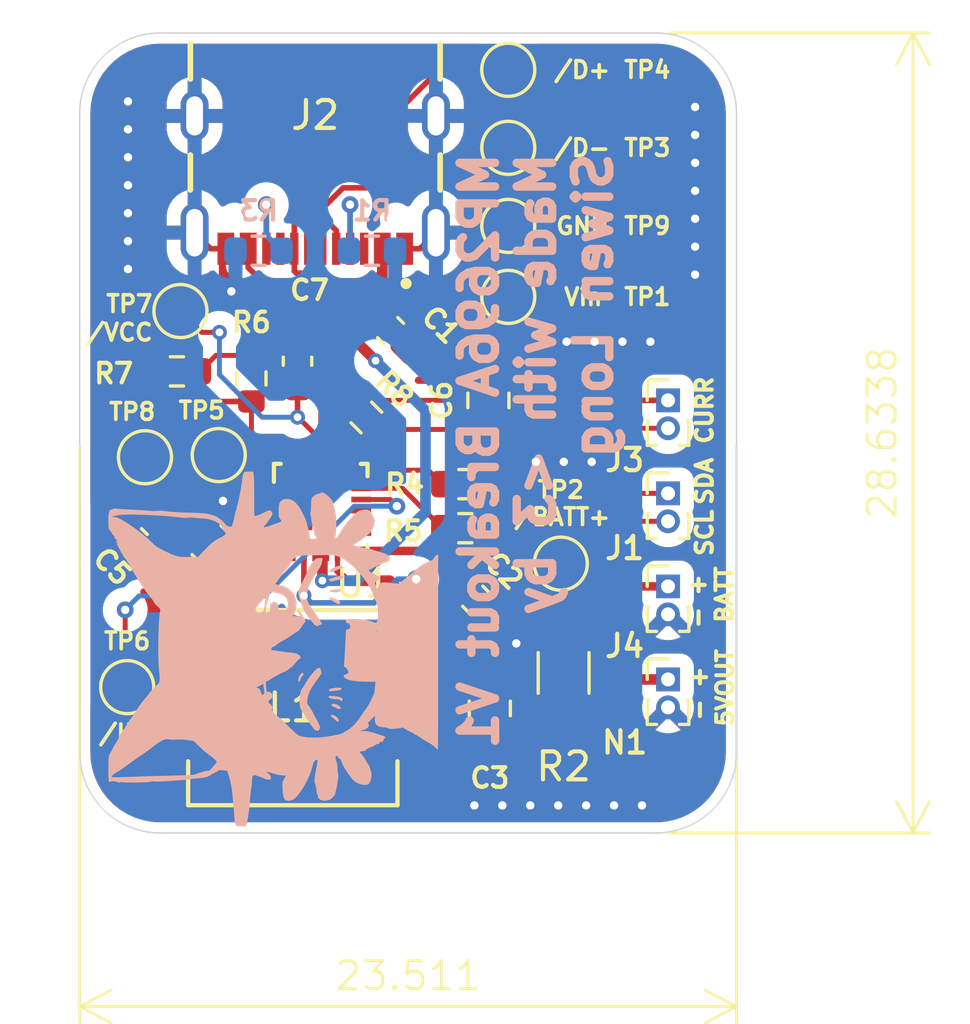
<source format=kicad_pcb>
(kicad_pcb
	(version 20241229)
	(generator "pcbnew")
	(generator_version "9.0")
	(general
		(thickness 1.6)
		(legacy_teardrops no)
	)
	(paper "A4")
	(layers
		(0 "F.Cu" signal)
		(2 "B.Cu" signal)
		(9 "F.Adhes" user "F.Adhesive")
		(11 "B.Adhes" user "B.Adhesive")
		(13 "F.Paste" user)
		(15 "B.Paste" user)
		(5 "F.SilkS" user "F.Silkscreen")
		(7 "B.SilkS" user "B.Silkscreen")
		(1 "F.Mask" user)
		(3 "B.Mask" user)
		(17 "Dwgs.User" user "User.Drawings")
		(19 "Cmts.User" user "User.Comments")
		(21 "Eco1.User" user "User.Eco1")
		(23 "Eco2.User" user "User.Eco2")
		(25 "Edge.Cuts" user)
		(27 "Margin" user)
		(31 "F.CrtYd" user "F.Courtyard")
		(29 "B.CrtYd" user "B.Courtyard")
		(35 "F.Fab" user)
		(33 "B.Fab" user)
		(39 "User.1" user)
		(41 "User.2" user)
		(43 "User.3" user)
		(45 "User.4" user)
	)
	(setup
		(pad_to_mask_clearance 0)
		(allow_soldermask_bridges_in_footprints no)
		(tenting front back)
		(pcbplotparams
			(layerselection 0x00000000_00000000_55555555_5755f5ff)
			(plot_on_all_layers_selection 0x00000000_00000000_00000000_00000000)
			(disableapertmacros no)
			(usegerberextensions no)
			(usegerberattributes yes)
			(usegerberadvancedattributes yes)
			(creategerberjobfile yes)
			(dashed_line_dash_ratio 12.000000)
			(dashed_line_gap_ratio 3.000000)
			(svgprecision 4)
			(plotframeref no)
			(mode 1)
			(useauxorigin no)
			(hpglpennumber 1)
			(hpglpenspeed 20)
			(hpglpendiameter 15.000000)
			(pdf_front_fp_property_popups yes)
			(pdf_back_fp_property_popups yes)
			(pdf_metadata yes)
			(pdf_single_document no)
			(dxfpolygonmode yes)
			(dxfimperialunits yes)
			(dxfusepcbnewfont yes)
			(psnegative no)
			(psa4output no)
			(plot_black_and_white yes)
			(sketchpadsonfab no)
			(plotpadnumbers no)
			(hidednponfab no)
			(sketchdnponfab yes)
			(crossoutdnponfab yes)
			(subtractmaskfromsilk no)
			(outputformat 1)
			(mirror no)
			(drillshape 1)
			(scaleselection 1)
			(outputdirectory "")
		)
	)
	(net 0 "")
	(net 1 "GND")
	(net 2 "/BATT+")
	(net 3 "/VCC")
	(net 4 "Net-(U1-BST)")
	(net 5 "Net-(U1-SW)")
	(net 6 "Net-(U1-PMID)")
	(net 7 "/8_IN")
	(net 8 "/6_SYS")
	(net 9 "/D-")
	(net 10 "/D+")
	(net 11 "Net-(J3-Pin_2)")
	(net 12 "/SDA")
	(net 13 "/SCL")
	(net 14 "Net-(U1-CSP)")
	(net 15 "Net-(U1-SCL)")
	(net 16 "Net-(U1-SDA)")
	(net 17 "Net-(U1-VRNTC)")
	(net 18 "/INT")
	(net 19 "unconnected-(U1-DM-Pad13)")
	(net 20 "unconnected-(U1-DP-Pad12)")
	(net 21 "Net-(U1-NTC)")
	(net 22 "unconnected-(J2-SBU2-PadB8)")
	(net 23 "unconnected-(J2-SBU1-PadA8)")
	(net 24 "Net-(J2-CC2)")
	(net 25 "Net-(J2-CC1)")
	(net 26 "Net-(J3-Pin_1)")
	(footprint "TestPoint:TestPoint_Pad_D1.5mm" (layer "F.Cu") (at 140.208 88.0364))
	(footprint "Capacitor_SMD:C_0603_1608Metric_Pad1.08x0.95mm_HandSolder" (layer "F.Cu") (at 152.0444 93.1164 -45))
	(footprint "Capacitor_SMD:C_0805_2012Metric_Pad1.18x1.45mm_HandSolder" (layer "F.Cu") (at 152.5524 97.028 -90))
	(footprint "TestPoint:TestPoint_Pad_D1.5mm" (layer "F.Cu") (at 153.2128 76.962))
	(footprint "Resistor_SMD:R_0603_1608Metric_Pad0.98x0.95mm_HandSolder" (layer "F.Cu") (at 148.1328 86.614 -45))
	(footprint "Resistor_SMD:R_0603_1608Metric" (layer "F.Cu") (at 141.351 84.963 180))
	(footprint "TestPoint:TestPoint_Pad_D1.5mm" (layer "F.Cu") (at 141.478 82.804))
	(footprint "MP2696AGQ:QFN21_3MMx3MM_MNP" (layer "F.Cu") (at 146.499999 89.95))
	(footprint "TestPoint:TestPoint_Pad_D1.5mm" (layer "F.Cu") (at 155.0924 91.8464))
	(footprint "Capacitor_SMD:C_0603_1608Metric_Pad1.08x0.95mm_HandSolder" (layer "F.Cu") (at 145.669 84.6 90))
	(footprint "Connector_PinHeader_1.00mm:PinHeader_1x02_P1.00mm_Vertical" (layer "F.Cu") (at 158.9316 92.66))
	(footprint "TestPoint:TestPoint_Pad_D1.5mm" (layer "F.Cu") (at 139.573 96.266))
	(footprint "Connector_PinHeader_1.00mm:PinHeader_1x02_P1.00mm_Vertical" (layer "F.Cu") (at 158.9316 95.99))
	(footprint "Connector_PinHeader_1.00mm:PinHeader_1x02_P1.00mm_Vertical" (layer "F.Cu") (at 158.9316 89.33))
	(footprint "Resistor_SMD:R_0603_1608Metric" (layer "F.Cu") (at 151.675001 90.5764))
	(footprint "Resistor_SMD:R_0603_1608Metric" (layer "F.Cu") (at 151.675001 89))
	(footprint "Connector_PinHeader_1.00mm:PinHeader_1x02_P1.00mm_Vertical" (layer "F.Cu") (at 158.9316 86))
	(footprint "Capacitor_SMD:C_0603_1608Metric_Pad1.08x0.95mm_HandSolder" (layer "F.Cu") (at 139.827 91.059 -45))
	(footprint "Resistor_SMD:R_1206_3216Metric_Pad1.30x1.75mm_HandSolder" (layer "F.Cu") (at 155.194 95.758 -90))
	(footprint "TestPoint:TestPoint_Pad_D1.5mm" (layer "F.Cu") (at 153.2128 79.756))
	(footprint "TestPoint:TestPoint_Pad_D1.5mm" (layer "F.Cu") (at 153.2128 82.296))
	(footprint "Capacitor_SMD:C_0805_2012Metric_Pad1.18x1.45mm_HandSolder" (layer "F.Cu") (at 142.5956 91.186 135))
	(footprint "TestPoint:TestPoint_Pad_D1.5mm" (layer "F.Cu") (at 142.8496 87.9602))
	(footprint "Capacitor_SMD:C_0805_2012Metric_Pad1.18x1.45mm_HandSolder" (layer "F.Cu") (at 152.5016 86.0044 90))
	(footprint "Resistor_SMD:R_0603_1608Metric" (layer "F.Cu") (at 144.018 85.217 90))
	(footprint "TestPoint:TestPoint_Pad_D1.5mm" (layer "F.Cu") (at 153.2128 74.168))
	(footprint "IHLM2525CZER3R3M01:IND_IHLM-2525CZ_VIS" (layer "F.Cu") (at 145.5 97 180))
	(footprint "USB4105:GCT_USB4105-GF-A" (layer "F.Cu") (at 146.304 75.819 180))
	(footprint "Capacitor_SMD:C_0603_1608Metric_Pad1.08x0.95mm_HandSolder" (layer "F.Cu") (at 149 83.5 -45))
	(footprint "Resistor_SMD:R_0603_1608Metric" (layer "B.Cu") (at 144.272 80.645 180))
	(footprint "Resistor_SMD:R_0603_1608Metric" (layer "B.Cu") (at 148.336 80.645 180))
	(footprint "LOGO" (layer "B.Cu") (at 144.8 94.9 -90))
	(gr_line
		(start 140.7541 72.8519)
		(end 158.4993 72.8519)
		(stroke
			(width 0.05)
			(type default)
		)
		(layer "Edge.Cuts")
		(uuid "002718e5-db0b-4013-b03d-1d75dfce6324")
	)
	(gr_line
		(start 161.3822 75.7348)
		(end 161.3822 98.6028)
		(stroke
			(width 0.05)
			(type default)
		)
		(layer "Edge.Cuts")
		(uuid "0802db9c-b4a4-438b-ade9-9a52ea424549")
	)
	(gr_line
		(start 158.4993 101.4857)
		(end 140.7541 101.4857)
		(stroke
			(width 0.05)
			(type default)
		)
		(layer "Edge.Cuts")
		(uuid "0969a1c9-9dc6-4999-a102-116673b23608")
	)
	(gr_arc
		(start 161.3822 98.6028)
		(mid 160.537818 100.641318)
		(end 158.4993 101.4857)
		(stroke
			(width 0.05)
			(type default)
		)
		(layer "Edge.Cuts")
		(uuid "1c8fbba5-ddac-4c8c-935d-3f1bb53c70c3")
	)
	(gr_arc
		(start 137.8712 75.7348)
		(mid 138.715582 73.696282)
		(end 140.7541 72.8519)
		(stroke
			(width 0.05)
			(type default)
		)
		(layer "Edge.Cuts")
		(uuid "449f07cd-5329-4a17-8947-61b82f901961")
	)
	(gr_arc
		(start 140.7541 101.4857)
		(mid 138.715582 100.641318)
		(end 137.8712 98.6028)
		(stroke
			(width 0.05)
			(type default)
		)
		(layer "Edge.Cuts")
		(uuid "8fa489cb-e3bf-4337-ba1d-09af54fe14ca")
	)
	(gr_line
		(start 137.8712 98.6028)
		(end 137.8712 75.7348)
		(stroke
			(width 0.05)
			(type default)
		)
		(layer "Edge.Cuts")
		(uuid "b795c616-e1fa-43ce-ad7f-4a84df5ac7c9")
	)
	(gr_arc
		(start 158.4993 72.8519)
		(mid 160.537818 73.696282)
		(end 161.3822 75.7348)
		(stroke
			(width 0.05)
			(type default)
		)
		(layer "Edge.Cuts")
		(uuid "c959737b-62af-4ac6-8ad1-adb1891b755e")
	)
	(gr_text "-\n"
		(at 160.3248 94.234 90)
		(layer "F.SilkS")
		(uuid "00b36276-1e23-4a48-a714-eca7f036bde6")
		(effects
			(font
				(size 0.5842 0.5842)
				(thickness 0.14605)
				(bold yes)
			)
			(justify left bottom)
		)
	)
	(gr_text "CURR"
		(at 160.5788 87.63 90)
		(layer "F.SilkS")
		(uuid "0333ea9b-278b-4fa0-9a05-2aeeea2afdf5")
		(effects
			(font
				(size 0.5842 0.5842)
				(thickness 0.14605)
				(bold yes)
			)
			(justify left bottom)
		)
	)
	(gr_text "+\n"
		(at 160.3756 96.3676 90)
		(layer "F.SilkS")
		(uuid "07180882-04bb-4757-bfd2-98d5b75e42c1")
		(effects
			(font
				(size 0.5842 0.5842)
				(thickness 0.14605)
				(bold yes)
			)
			(justify left bottom)
		)
	)
	(gr_text "Vin\n"
		(at 155.9 82.3 0)
		(layer "F.SilkS")
		(uuid "2f1cc6e9-1ac9-4e7f-ab9d-076bf44e0577")
		(effects
			(font
				(size 0.6 0.6)
				(thickness 0.13)
				(bold yes)
			)
		)
	)
	(gr_text "BATT\n"
		(at 161.29 94.0308 90)
		(layer "F.SilkS")
		(uuid "46811c20-2008-4353-b3f8-3f3026c80621")
		(effects
			(font
				(size 0.5842 0.5842)
				(thickness 0.1397)
				(bold yes)
			)
			(justify left bottom)
		)
	)
	(gr_text "-\n"
		(at 160.3756 97.536 90)
		(layer "F.SilkS")
		(uuid "5191bc2d-d7d9-424d-b439-c6387595fea8")
		(effects
			(font
				(size 0.5842 0.5842)
				(thickness 0.14605)
				(bold yes)
			)
			(justify left bottom)
		)
	)
	(gr_text "SCL\n"
		(at 160.5788 91.6432 90)
		(layer "F.SilkS")
		(uuid "9719be2c-cef1-4374-93cc-a0025e2da429")
		(effects
			(font
				(size 0.5842 0.5842)
				(thickness 0.14605)
				(bold yes)
			)
			(justify left bottom)
		)
	)
	(gr_text "SDA"
		(at 160.5788 89.8144 90)
		(layer "F.SilkS")
		(uuid "a01c0504-fcd5-43b3-8051-86c8bf61c02b")
		(effects
			(font
				(size 0.5842 0.5842)
				(thickness 0.14605)
				(bold yes)
			)
			(justify left bottom)
		)
	)
	(gr_text "5VOUT\n\n"
		(at 162.2552 97.7392 90)
		(layer "F.SilkS")
		(uuid "ce655b83-3daa-421f-ae38-70f473cb6e0a")
		(effects
			(font
				(size 0.5842 0.5842)
				(thickness 0.1397)
				(bold yes)
			)
			(justify left bottom)
		)
	)
	(gr_text "+\n"
		(at 160.3248 93.0656 90)
		(layer "F.SilkS")
		(uuid "dd88ef47-ebef-411d-9d10-99a7af94b4e8")
		(effects
			(font
				(size 0.5842 0.5842)
				(thickness 0.14605)
				(bold yes)
			)
			(justify left bottom)
		)
	)
	(gr_text "MP2696A Breakout V1\nMade with <3 by\nSiwen Long"
		(at 157 77 90)
		(layer "B.SilkS")
		(uuid "ac7c3fd4-463f-4909-8e86-51c3949b415f")
		(effects
			(font
				(size 1.27 1.27)
				(thickness 0.3)
				(bold yes)
			)
			(justify left bottom mirror)
		)
	)
	(dimension
		(type orthogonal)
		(layer "F.SilkS")
		(uuid "3d85c9c3-0897-416c-bf72-4125fe7d2032")
		(pts
			(xy 137.8712 87.1688) (xy 161.3822 87.1688)
		)
		(height 20.5312)
		(orientation 0)
		(format
			(prefix "")
			(suffix "")
			(units 3)
			(units_format 0)
			(precision 4)
			(suppress_zeroes yes)
		)
		(style
			(thickness 0.1)
			(arrow_length 1.27)
			(text_position_mode 0)
			(arrow_direction outward)
			(extension_height 0.58642)
			(extension_offset 0.5)
			(keep_text_aligned yes)
		)
		(gr_text "925.6299"
			(at 149.6267 106.6 0)
			(layer "F.SilkS")
			(uuid "3d85c9c3-0897-416c-bf72-4125fe7d2032")
			(effects
				(font
					(size 1 1)
					(thickness 0.1)
				)
			)
		)
	)
	(dimension
		(type orthogonal)
		(layer "F.SilkS")
		(uuid "4fddecc8-923f-48e5-93c1-1e3b79b3c047")
		(pts
			(xy 158.4993 101.4857) (xy 158.4993 72.8519)
		)
		(height 9.2007)
		(orientation 1)
		(format
			(prefix "")
			(suffix "")
			(units 3)
			(units_format 0)
			(precision 4)
			(suppress_zeroes yes)
		)
		(style
			(thickness 0.1)
			(arrow_length 1.27)
			(text_position_mode 0)
			(arrow_direction outward)
			(extension_height 0.58642)
			(extension_offset 0.5)
			(keep_text_aligned yes)
		)
		(gr_text "1127.315"
			(at 166.6 87.1688 90)
			(layer "F.SilkS")
			(uuid "4fddecc8-923f-48e5-93c1-1e3b79b3c047")
			(effects
				(font
					(size 1 1)
					(thickness 0.1)
				)
			)
		)
	)
	(segment
		(start 142.559 80.574)
		(end 141.984 79.999)
		(width 0.2)
		(layer "F.Cu")
		(net 1)
		(uuid "7840cbdf-6da4-4f9b-a77a-eb9497d616f7")
	)
	(segment
		(start 143.104 80.574)
		(end 142.559 80.574)
		(width 0.2)
		(layer "F.Cu")
		(net 1)
		(uuid "8e7bdb02-4a0f-4ee0-b449-da444db5c4f2")
	)
	(segment
		(start 150.049 80.574)
		(end 150.624 79.999)
		(width 0.2)
		(layer "F.Cu")
		(net 1)
		(uuid "c3a7a9fa-86e5-4bd6-9180-8fe8836e0867")
	)
	(segment
		(start 149.504 80.574)
		(end 150.049 80.574)
		(width 0.2)
		(layer "F.Cu")
		(net 1)
		(uuid "cc8e01c1-8d2f-4aaf-b502-6da0ef980404")
	)
	(via
		(at 158 100.5)
		(size 0.6)
		(drill 0.3)
		(layers "F.Cu" "B.Cu")
		(free yes)
		(net 1)
		(uuid "00843f32-0262-4ec6-b5c3-7623beb4c61a")
	)
	(via
		(at 157 100.5)
		(size 0.6)
		(drill 0.3)
		(layers "F.Cu" "B.Cu")
		(free yes)
		(net 1)
		(uuid "0537449c-4d12-4686-9d49-a634f39048d5")
	)
	(via
		(at 156 100.5)
		(size 0.6)
		(drill 0.3)
		(layers "F.Cu" "B.Cu")
		(free yes)
		(net 1)
		(uuid "063a19c3-bb76-493d-8852-1f46a767721d")
	)
	(via
		(at 155.2 88.2)
		(size 0.6)
		(drill 0.3)
		(layers "F.Cu" "B.Cu")
		(free yes)
		(net 1)
		(uuid "07e8f43b-beec-49c6-9283-b013adbc8ca4")
	)
	(via
		(at 139.6 79.3)
		(size 0.6)
		(drill 0.3)
		(layers "F.Cu" "B.Cu")
		(free yes)
		(net 1)
		(uuid "0c46096f-1777-4a79-8979-66d48cc9dea0")
	)
	(via
		(at 153.5 94.7)
		(size 0.6)
		(drill 0.3)
		(layers "F.Cu" "B.Cu")
		(free yes)
		(net 1)
		(uuid "176cad8a-e2e6-4888-81bd-4c3048901002")
	)
	(via
		(at 159.9 77.5)
		(size 0.6)
		(drill 0.3)
		(layers "F.Cu" "B.Cu")
		(free yes)
		(net 1)
		(uuid "19828ede-a520-4d5e-a232-85384cd0589d")
	)
	(via
		(at 139.6 75.3)
		(size 0.6)
		(drill 0.3)
		(layers "F.Cu" "B.Cu")
		(free yes)
		(net 1)
		(uuid "1f2666bd-7b17-4217-902e-3af92ee2f3d3")
	)
	(via
		(at 139.6 80.3)
		(size 0.6)
		(drill 0.3)
		(layers "F.Cu" "B.Cu")
		(free yes)
		(net 1)
		(uuid "2286e507-1524-438e-8602-18568fe7eba8")
	)
	(via
		(at 139.6 77.3)
		(size 0.6)
		(drill 0.3)
		(layers "F.Cu" "B.Cu")
		(free yes)
		(net 1)
		(uuid "228fdc5a-f026-44c5-9d07-de12493a3eee")
	)
	(via
		(at 158.3 83.9)
		(size 0.6)
		(drill 0.3)
		(layers "F.Cu" "B.Cu")
		(free yes)
		(net 1)
		(uuid "261e9574-7c8d-40c1-ada7-994e852e81cf")
	)
	(via
		(at 159.9 79.5)
		(size 0.6)
		(drill 0.3)
		(layers "F.Cu" "B.Cu")
		(free yes)
		(net 1)
		(uuid "270f8fc1-e844-43b4-994a-e2ee5ee9aee5")
	)
	(via
		(at 157.3 83.9)
		(size 0.6)
		(drill 0.3)
		(layers "F.Cu" "B.Cu")
		(free yes)
		(net 1)
		(uuid "2f489466-f1e8-4af4-a8b0-fe2a8d882f7d")
	)
	(via
		(at 139.6 78.3)
		(size 0.6)
		(drill 0.3)
		(layers "F.Cu" "B.Cu")
		(free yes)
		(net 1)
		(uuid "35178994-999d-44eb-abb3-e458b77f7e2d")
	)
	(via
		(at 154.2 88.2)
		(size 0.6)
		(drill 0.3)
		(layers "F.Cu" "B.Cu")
		(free yes)
		(net 1)
		(uuid "457c8fd0-432c-4fa8-8c53-c463b2c3f686")
	)
	(via
		(at 155 100.5)
		(size 0.6)
		(drill 0.3)
		(layers "F.Cu" "B.Cu")
		(free yes)
		(net 1)
		(uuid "50be37d6-a125-47f5-8049-25d2720f8593")
	)
	(via
		(at 159.9 81.5)
		(size 0.6)
		(drill 0.3)
		(layers "F.Cu" "B.Cu")
		(free yes)
		(net 1)
		(uuid "6099f089-71b1-4cad-ba24-eaaaab7a12e2")
	)
	(via
		(at 152 100.5)
		(size 0.6)
		(drill 0.3)
		(layers "F.Cu" "B.Cu")
		(free yes)
		(net 1)
		(uuid "61a75f3b-525b-441d-abf9-3c07a6193ca6")
	)
	(via
		(at 155.3 83.9)
		(size 0.6)
		(drill 0.3)
		(layers "F.Cu" "B.Cu")
		(free yes)
		(net 1)
		(uuid "7ae8e54b-015b-4ea0-808f-f1cb444689c0")
	)
	(via
		(at 156.2 88.2)
		(size 0.6)
		(drill 0.3)
		(layers "F.Cu" "B.Cu")
		(free yes)
		(net 1)
		(uuid "8049bc0a-fe36-477a-be81-f3fbe9de88c1")
	)
	(
... [115398 chars truncated]
</source>
